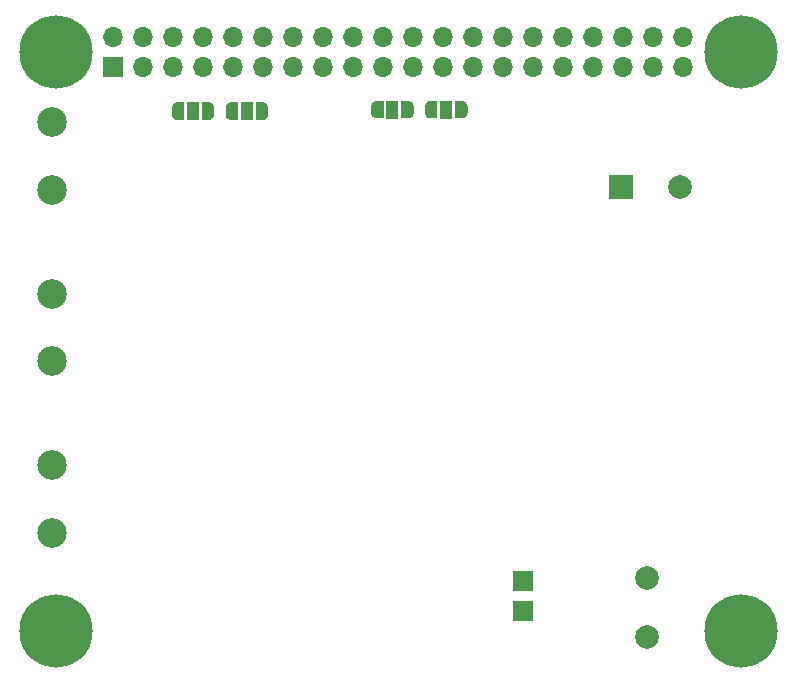
<source format=gbr>
G04 #@! TF.GenerationSoftware,KiCad,Pcbnew,(5.1.4)-1*
G04 #@! TF.CreationDate,2023-01-05T18:52:54+01:00*
G04 #@! TF.ProjectId,RasPi-HAT,52617350-692d-4484-9154-2e6b69636164,V00.20*
G04 #@! TF.SameCoordinates,Original*
G04 #@! TF.FileFunction,Soldermask,Bot*
G04 #@! TF.FilePolarity,Negative*
%FSLAX46Y46*%
G04 Gerber Fmt 4.6, Leading zero omitted, Abs format (unit mm)*
G04 Created by KiCad (PCBNEW (5.1.4)-1) date 2023-01-05 18:52:54*
%MOMM*%
%LPD*%
G04 APERTURE LIST*
%ADD10C,2.500000*%
%ADD11R,1.000000X1.500000*%
%ADD12C,0.500000*%
%ADD13C,0.100000*%
%ADD14O,1.700000X1.700000*%
%ADD15R,1.700000X1.700000*%
%ADD16C,2.000000*%
%ADD17R,2.000000X2.000000*%
%ADD18C,6.200000*%
G04 APERTURE END LIST*
D10*
X56600000Y-75800000D03*
X56600000Y-81550000D03*
X56600000Y-61300000D03*
X56600000Y-67050000D03*
X56600000Y-46800000D03*
X56600000Y-52550000D03*
D11*
X90020000Y-45730000D03*
D12*
X91320000Y-45730000D03*
D13*
G36*
X91320000Y-44980602D02*
G01*
X91344534Y-44980602D01*
X91393365Y-44985412D01*
X91441490Y-44994984D01*
X91488445Y-45009228D01*
X91533778Y-45028005D01*
X91577051Y-45051136D01*
X91617850Y-45078396D01*
X91655779Y-45109524D01*
X91690476Y-45144221D01*
X91721604Y-45182150D01*
X91748864Y-45222949D01*
X91771995Y-45266222D01*
X91790772Y-45311555D01*
X91805016Y-45358510D01*
X91814588Y-45406635D01*
X91819398Y-45455466D01*
X91819398Y-45480000D01*
X91820000Y-45480000D01*
X91820000Y-45980000D01*
X91819398Y-45980000D01*
X91819398Y-46004534D01*
X91814588Y-46053365D01*
X91805016Y-46101490D01*
X91790772Y-46148445D01*
X91771995Y-46193778D01*
X91748864Y-46237051D01*
X91721604Y-46277850D01*
X91690476Y-46315779D01*
X91655779Y-46350476D01*
X91617850Y-46381604D01*
X91577051Y-46408864D01*
X91533778Y-46431995D01*
X91488445Y-46450772D01*
X91441490Y-46465016D01*
X91393365Y-46474588D01*
X91344534Y-46479398D01*
X91320000Y-46479398D01*
X91320000Y-46480000D01*
X90770000Y-46480000D01*
X90770000Y-44980000D01*
X91320000Y-44980000D01*
X91320000Y-44980602D01*
X91320000Y-44980602D01*
G37*
D12*
X88720000Y-45730000D03*
D13*
G36*
X89270000Y-46480000D02*
G01*
X88720000Y-46480000D01*
X88720000Y-46479398D01*
X88695466Y-46479398D01*
X88646635Y-46474588D01*
X88598510Y-46465016D01*
X88551555Y-46450772D01*
X88506222Y-46431995D01*
X88462949Y-46408864D01*
X88422150Y-46381604D01*
X88384221Y-46350476D01*
X88349524Y-46315779D01*
X88318396Y-46277850D01*
X88291136Y-46237051D01*
X88268005Y-46193778D01*
X88249228Y-46148445D01*
X88234984Y-46101490D01*
X88225412Y-46053365D01*
X88220602Y-46004534D01*
X88220602Y-45980000D01*
X88220000Y-45980000D01*
X88220000Y-45480000D01*
X88220602Y-45480000D01*
X88220602Y-45455466D01*
X88225412Y-45406635D01*
X88234984Y-45358510D01*
X88249228Y-45311555D01*
X88268005Y-45266222D01*
X88291136Y-45222949D01*
X88318396Y-45182150D01*
X88349524Y-45144221D01*
X88384221Y-45109524D01*
X88422150Y-45078396D01*
X88462949Y-45051136D01*
X88506222Y-45028005D01*
X88551555Y-45009228D01*
X88598510Y-44994984D01*
X88646635Y-44985412D01*
X88695466Y-44980602D01*
X88720000Y-44980602D01*
X88720000Y-44980000D01*
X89270000Y-44980000D01*
X89270000Y-46480000D01*
X89270000Y-46480000D01*
G37*
D11*
X85460000Y-45730000D03*
D12*
X86760000Y-45730000D03*
D13*
G36*
X86760000Y-44980602D02*
G01*
X86784534Y-44980602D01*
X86833365Y-44985412D01*
X86881490Y-44994984D01*
X86928445Y-45009228D01*
X86973778Y-45028005D01*
X87017051Y-45051136D01*
X87057850Y-45078396D01*
X87095779Y-45109524D01*
X87130476Y-45144221D01*
X87161604Y-45182150D01*
X87188864Y-45222949D01*
X87211995Y-45266222D01*
X87230772Y-45311555D01*
X87245016Y-45358510D01*
X87254588Y-45406635D01*
X87259398Y-45455466D01*
X87259398Y-45480000D01*
X87260000Y-45480000D01*
X87260000Y-45980000D01*
X87259398Y-45980000D01*
X87259398Y-46004534D01*
X87254588Y-46053365D01*
X87245016Y-46101490D01*
X87230772Y-46148445D01*
X87211995Y-46193778D01*
X87188864Y-46237051D01*
X87161604Y-46277850D01*
X87130476Y-46315779D01*
X87095779Y-46350476D01*
X87057850Y-46381604D01*
X87017051Y-46408864D01*
X86973778Y-46431995D01*
X86928445Y-46450772D01*
X86881490Y-46465016D01*
X86833365Y-46474588D01*
X86784534Y-46479398D01*
X86760000Y-46479398D01*
X86760000Y-46480000D01*
X86210000Y-46480000D01*
X86210000Y-44980000D01*
X86760000Y-44980000D01*
X86760000Y-44980602D01*
X86760000Y-44980602D01*
G37*
D12*
X84160000Y-45730000D03*
D13*
G36*
X84710000Y-46480000D02*
G01*
X84160000Y-46480000D01*
X84160000Y-46479398D01*
X84135466Y-46479398D01*
X84086635Y-46474588D01*
X84038510Y-46465016D01*
X83991555Y-46450772D01*
X83946222Y-46431995D01*
X83902949Y-46408864D01*
X83862150Y-46381604D01*
X83824221Y-46350476D01*
X83789524Y-46315779D01*
X83758396Y-46277850D01*
X83731136Y-46237051D01*
X83708005Y-46193778D01*
X83689228Y-46148445D01*
X83674984Y-46101490D01*
X83665412Y-46053365D01*
X83660602Y-46004534D01*
X83660602Y-45980000D01*
X83660000Y-45980000D01*
X83660000Y-45480000D01*
X83660602Y-45480000D01*
X83660602Y-45455466D01*
X83665412Y-45406635D01*
X83674984Y-45358510D01*
X83689228Y-45311555D01*
X83708005Y-45266222D01*
X83731136Y-45222949D01*
X83758396Y-45182150D01*
X83789524Y-45144221D01*
X83824221Y-45109524D01*
X83862150Y-45078396D01*
X83902949Y-45051136D01*
X83946222Y-45028005D01*
X83991555Y-45009228D01*
X84038510Y-44994984D01*
X84086635Y-44985412D01*
X84135466Y-44980602D01*
X84160000Y-44980602D01*
X84160000Y-44980000D01*
X84710000Y-44980000D01*
X84710000Y-46480000D01*
X84710000Y-46480000D01*
G37*
D11*
X73130000Y-45860000D03*
D12*
X74430000Y-45860000D03*
D13*
G36*
X74430000Y-45110602D02*
G01*
X74454534Y-45110602D01*
X74503365Y-45115412D01*
X74551490Y-45124984D01*
X74598445Y-45139228D01*
X74643778Y-45158005D01*
X74687051Y-45181136D01*
X74727850Y-45208396D01*
X74765779Y-45239524D01*
X74800476Y-45274221D01*
X74831604Y-45312150D01*
X74858864Y-45352949D01*
X74881995Y-45396222D01*
X74900772Y-45441555D01*
X74915016Y-45488510D01*
X74924588Y-45536635D01*
X74929398Y-45585466D01*
X74929398Y-45610000D01*
X74930000Y-45610000D01*
X74930000Y-46110000D01*
X74929398Y-46110000D01*
X74929398Y-46134534D01*
X74924588Y-46183365D01*
X74915016Y-46231490D01*
X74900772Y-46278445D01*
X74881995Y-46323778D01*
X74858864Y-46367051D01*
X74831604Y-46407850D01*
X74800476Y-46445779D01*
X74765779Y-46480476D01*
X74727850Y-46511604D01*
X74687051Y-46538864D01*
X74643778Y-46561995D01*
X74598445Y-46580772D01*
X74551490Y-46595016D01*
X74503365Y-46604588D01*
X74454534Y-46609398D01*
X74430000Y-46609398D01*
X74430000Y-46610000D01*
X73880000Y-46610000D01*
X73880000Y-45110000D01*
X74430000Y-45110000D01*
X74430000Y-45110602D01*
X74430000Y-45110602D01*
G37*
D12*
X71830000Y-45860000D03*
D13*
G36*
X72380000Y-46610000D02*
G01*
X71830000Y-46610000D01*
X71830000Y-46609398D01*
X71805466Y-46609398D01*
X71756635Y-46604588D01*
X71708510Y-46595016D01*
X71661555Y-46580772D01*
X71616222Y-46561995D01*
X71572949Y-46538864D01*
X71532150Y-46511604D01*
X71494221Y-46480476D01*
X71459524Y-46445779D01*
X71428396Y-46407850D01*
X71401136Y-46367051D01*
X71378005Y-46323778D01*
X71359228Y-46278445D01*
X71344984Y-46231490D01*
X71335412Y-46183365D01*
X71330602Y-46134534D01*
X71330602Y-46110000D01*
X71330000Y-46110000D01*
X71330000Y-45610000D01*
X71330602Y-45610000D01*
X71330602Y-45585466D01*
X71335412Y-45536635D01*
X71344984Y-45488510D01*
X71359228Y-45441555D01*
X71378005Y-45396222D01*
X71401136Y-45352949D01*
X71428396Y-45312150D01*
X71459524Y-45274221D01*
X71494221Y-45239524D01*
X71532150Y-45208396D01*
X71572949Y-45181136D01*
X71616222Y-45158005D01*
X71661555Y-45139228D01*
X71708510Y-45124984D01*
X71756635Y-45115412D01*
X71805466Y-45110602D01*
X71830000Y-45110602D01*
X71830000Y-45110000D01*
X72380000Y-45110000D01*
X72380000Y-46610000D01*
X72380000Y-46610000D01*
G37*
D11*
X68580000Y-45860000D03*
D12*
X69880000Y-45860000D03*
D13*
G36*
X69880000Y-45110602D02*
G01*
X69904534Y-45110602D01*
X69953365Y-45115412D01*
X70001490Y-45124984D01*
X70048445Y-45139228D01*
X70093778Y-45158005D01*
X70137051Y-45181136D01*
X70177850Y-45208396D01*
X70215779Y-45239524D01*
X70250476Y-45274221D01*
X70281604Y-45312150D01*
X70308864Y-45352949D01*
X70331995Y-45396222D01*
X70350772Y-45441555D01*
X70365016Y-45488510D01*
X70374588Y-45536635D01*
X70379398Y-45585466D01*
X70379398Y-45610000D01*
X70380000Y-45610000D01*
X70380000Y-46110000D01*
X70379398Y-46110000D01*
X70379398Y-46134534D01*
X70374588Y-46183365D01*
X70365016Y-46231490D01*
X70350772Y-46278445D01*
X70331995Y-46323778D01*
X70308864Y-46367051D01*
X70281604Y-46407850D01*
X70250476Y-46445779D01*
X70215779Y-46480476D01*
X70177850Y-46511604D01*
X70137051Y-46538864D01*
X70093778Y-46561995D01*
X70048445Y-46580772D01*
X70001490Y-46595016D01*
X69953365Y-46604588D01*
X69904534Y-46609398D01*
X69880000Y-46609398D01*
X69880000Y-46610000D01*
X69330000Y-46610000D01*
X69330000Y-45110000D01*
X69880000Y-45110000D01*
X69880000Y-45110602D01*
X69880000Y-45110602D01*
G37*
D12*
X67280000Y-45860000D03*
D13*
G36*
X67830000Y-46610000D02*
G01*
X67280000Y-46610000D01*
X67280000Y-46609398D01*
X67255466Y-46609398D01*
X67206635Y-46604588D01*
X67158510Y-46595016D01*
X67111555Y-46580772D01*
X67066222Y-46561995D01*
X67022949Y-46538864D01*
X66982150Y-46511604D01*
X66944221Y-46480476D01*
X66909524Y-46445779D01*
X66878396Y-46407850D01*
X66851136Y-46367051D01*
X66828005Y-46323778D01*
X66809228Y-46278445D01*
X66794984Y-46231490D01*
X66785412Y-46183365D01*
X66780602Y-46134534D01*
X66780602Y-46110000D01*
X66780000Y-46110000D01*
X66780000Y-45610000D01*
X66780602Y-45610000D01*
X66780602Y-45585466D01*
X66785412Y-45536635D01*
X66794984Y-45488510D01*
X66809228Y-45441555D01*
X66828005Y-45396222D01*
X66851136Y-45352949D01*
X66878396Y-45312150D01*
X66909524Y-45274221D01*
X66944221Y-45239524D01*
X66982150Y-45208396D01*
X67022949Y-45181136D01*
X67066222Y-45158005D01*
X67111555Y-45139228D01*
X67158510Y-45124984D01*
X67206635Y-45115412D01*
X67255466Y-45110602D01*
X67280000Y-45110602D01*
X67280000Y-45110000D01*
X67830000Y-45110000D01*
X67830000Y-46610000D01*
X67830000Y-46610000D01*
G37*
D14*
X110078520Y-39608760D03*
X110078520Y-42148760D03*
X107538520Y-39608760D03*
X107538520Y-42148760D03*
X104998520Y-39608760D03*
X104998520Y-42148760D03*
X102458520Y-39608760D03*
X102458520Y-42148760D03*
X99918520Y-39608760D03*
X99918520Y-42148760D03*
X97378520Y-39608760D03*
X97378520Y-42148760D03*
X94838520Y-39608760D03*
X94838520Y-42148760D03*
X92298520Y-39608760D03*
X92298520Y-42148760D03*
X89758520Y-39608760D03*
X89758520Y-42148760D03*
X87218520Y-39608760D03*
X87218520Y-42148760D03*
X84678520Y-39608760D03*
X84678520Y-42148760D03*
X82138520Y-39608760D03*
X82138520Y-42148760D03*
X79598520Y-39608760D03*
X79598520Y-42148760D03*
X77058520Y-39608760D03*
X77058520Y-42148760D03*
X74518520Y-39608760D03*
X74518520Y-42148760D03*
X71978520Y-39608760D03*
X71978520Y-42148760D03*
X69438520Y-39608760D03*
X69438520Y-42148760D03*
X66898520Y-39608760D03*
X66898520Y-42148760D03*
X64358520Y-39608760D03*
X64358520Y-42148760D03*
X61818520Y-39608760D03*
D15*
X61818520Y-42148760D03*
D16*
X109800000Y-52300000D03*
D17*
X104800000Y-52300000D03*
D16*
X107000000Y-90400000D03*
X107000000Y-85400000D03*
D15*
X96500000Y-85660000D03*
X96500000Y-88200000D03*
D18*
X114941600Y-40880800D03*
X114941600Y-89880800D03*
X56941600Y-89880800D03*
X56941600Y-40880800D03*
M02*

</source>
